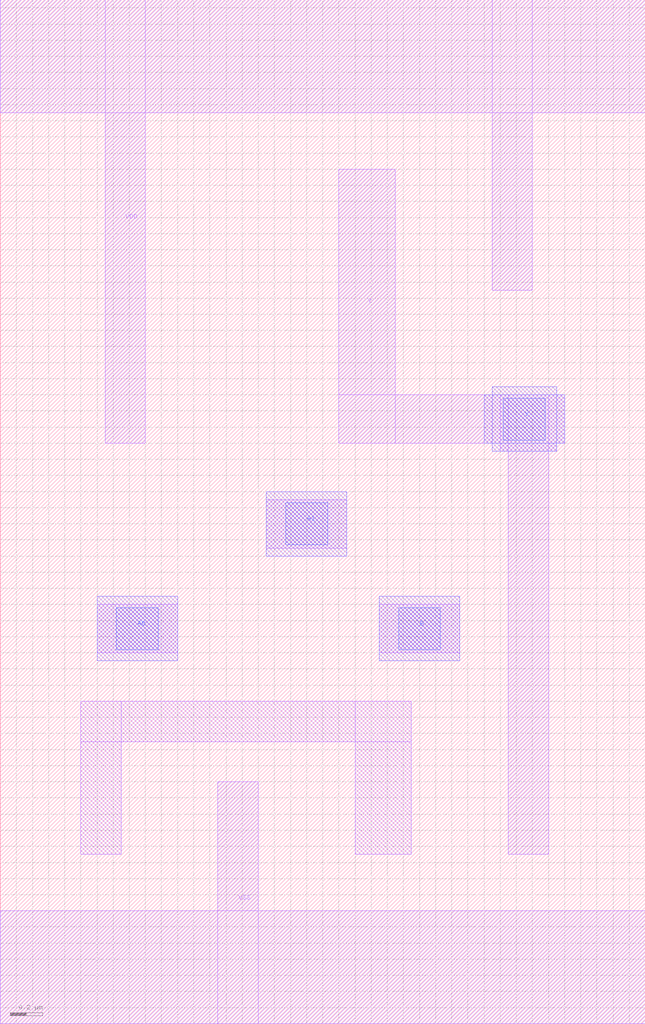
<source format=lef>
# Copyright 2022 Google LLC
# Licensed under the Apache License, Version 2.0 (the "License");
# you may not use this file except in compliance with the License.
# You may obtain a copy of the License at
#
#      http://www.apache.org/licenses/LICENSE-2.0
#
# Unless required by applicable law or agreed to in writing, software
# distributed under the License is distributed on an "AS IS" BASIS,
# WITHOUT WARRANTIES OR CONDITIONS OF ANY KIND, either express or implied.
# See the License for the specific language governing permissions and
# limitations under the License.
VERSION 5.7 ;
BUSBITCHARS "[]" ;
DIVIDERCHAR "/" ;

MACRO gf180mcu_osu_sc_gp9t3v3__oai21_1
  CLASS CORE ;
  ORIGIN 0 0 ;
  FOREIGN gf180mcu_osu_sc_gp9t3v3__oai21_1 0 0 ;
  SIZE 4 BY 6.35 ;
  SYMMETRY X Y ;
  SITE gf180mcu_osu_sc_gp9t3v3 ;
  PIN VDD
    DIRECTION INOUT ;
    USE POWER ;
    SHAPE ABUTMENT ;
    PORT
      LAYER Metal1 ;
        RECT 0 5.65 4 6.35 ;
        RECT 3.05 4.55 3.3 6.35 ;
        RECT 0.65 3.6 0.9 6.35 ;
    END
  END VDD
  PIN VSS
    DIRECTION INOUT ;
    USE GROUND ;
    SHAPE ABUTMENT ;
    PORT
      LAYER Metal1 ;
        RECT 0 0 4 0.7 ;
        RECT 1.35 0 1.6 1.5 ;
    END
  END VSS
  PIN A0
    DIRECTION INPUT ;
    USE SIGNAL ;
    PORT
      LAYER Metal1 ;
        RECT 0.6 2.3 1.1 2.6 ;
      LAYER Metal2 ;
        RECT 0.6 2.25 1.1 2.65 ;
      LAYER Via1 ;
        RECT 0.72 2.32 0.98 2.58 ;
    END
  END A0
  PIN A1
    DIRECTION INPUT ;
    USE SIGNAL ;
    PORT
      LAYER Metal1 ;
        RECT 1.65 2.95 2.15 3.25 ;
      LAYER Metal2 ;
        RECT 1.65 2.9 2.15 3.3 ;
      LAYER Via1 ;
        RECT 1.77 2.97 2.03 3.23 ;
    END
  END A1
  PIN B
    DIRECTION INPUT ;
    USE SIGNAL ;
    PORT
      LAYER Metal1 ;
        RECT 2.35 2.3 2.85 2.6 ;
      LAYER Metal2 ;
        RECT 2.35 2.25 2.85 2.65 ;
      LAYER Via1 ;
        RECT 2.47 2.32 2.73 2.58 ;
    END
  END B
  PIN Y
    DIRECTION OUTPUT ;
    USE SIGNAL ;
    PORT
      LAYER Metal1 ;
        RECT 2.1 3.6 3.5 3.9 ;
        RECT 3.1 3.55 3.45 3.9 ;
        RECT 3.15 1.05 3.4 3.9 ;
        RECT 2.1 3.6 2.45 5.3 ;
      LAYER Metal2 ;
        RECT 3 3.6 3.5 3.9 ;
        RECT 3.05 3.55 3.45 3.95 ;
      LAYER Via1 ;
        RECT 3.12 3.62 3.38 3.88 ;
    END
  END Y
  OBS
    LAYER Metal1 ;
      RECT 0.5 1.75 2.55 2 ;
      RECT 2.2 1.05 2.55 2 ;
      RECT 0.5 1.05 0.75 2 ;
  END
END gf180mcu_osu_sc_gp9t3v3__oai21_1

</source>
